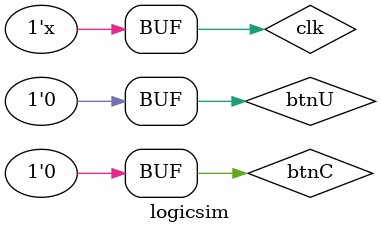
<source format=sv>
`timescale 1ns / 1ps


module logicsim();

logic clk = 1;
always #5 clk = !clk;

  logic btnC = 0;
  logic btnU = 0;
  logic [7:0]JA;
  logic [7:0]JB;
  logic [7:0]JC;
  logic [7:0]JD;
  logic [15:0]sw;
  logic [15:0]led;
  logic RsTx;

  logic RamCLK;
  logic RamADVn;
  logic RamCEn;
  logic RamCRE;
  logic RamOEn;
  logic RamWEn;
  logic RamLBn;


  logic RamUBn;
  logic RamWait;
  logic[15:0] MemDB;
  logic[22:0] MemAdr;
  assign MemDB = MemAdr[15:0];

initial
begin
  #30 btnC = 1;
  #40 btnC = 0;
  #50 btnU = 1;
  #60 btnU = 0;
end

  LogicAnalyzer logi(clk, btnC, btnU, JA, JB, JC, JD, sw, led, RsTx, RamCLK, RamADVn, RamCEn, RamCRE, RamOEn, RamWEn, RamLBn, RamUBn, RamWait, MemDB, MemAdr);
endmodule

</source>
